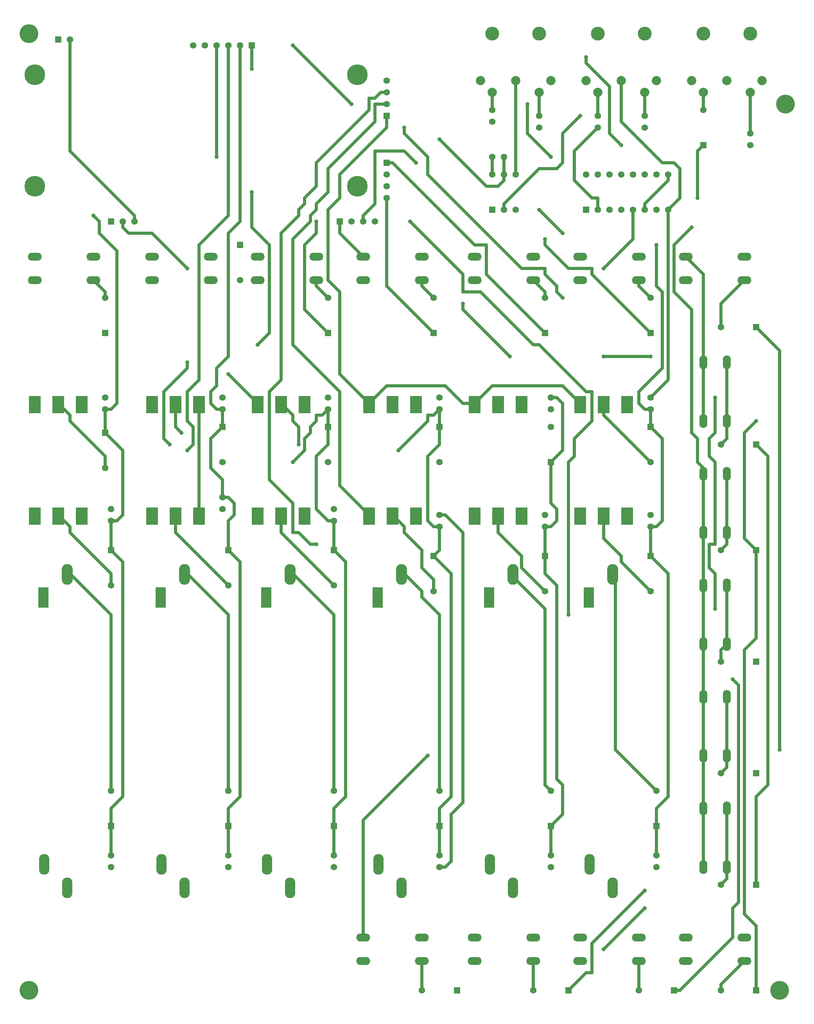
<source format=gtl>
G04 (created by PCBNEW (2013-mar-25)-stable) date Tisdag 19 November 2013 16:16:40*
%MOIN*%
G04 Gerber Fmt 3.4, Leading zero omitted, Abs format*
%FSLAX34Y34*%
G01*
G70*
G90*
G04 APERTURE LIST*
%ADD10C,0.00393701*%
%ADD11O,0.068X0.12*%
%ADD12O,0.12X0.068*%
%ADD13R,0.055X0.055*%
%ADD14C,0.055*%
%ADD15R,0.0984252X0.15*%
%ADD16C,0.11811*%
%ADD17C,0.0787402*%
%ADD18C,0.177165*%
%ADD19O,0.0943X0.177165*%
%ADD20R,0.0882X0.177165*%
%ADD21O,0.0882X0.177165*%
%ADD22C,0.16*%
%ADD23C,0.035*%
%ADD24C,0.0275591*%
G04 APERTURE END LIST*
G54D10*
G54D11*
X86500Y-38500D03*
X88500Y-38500D03*
X86500Y-43500D03*
X88500Y-43500D03*
X86500Y-29000D03*
X88500Y-29000D03*
X86500Y-34000D03*
X88500Y-34000D03*
G54D12*
X34500Y-20000D03*
X34500Y-22000D03*
X29500Y-20000D03*
X29500Y-22000D03*
X44500Y-20000D03*
X44500Y-22000D03*
X39500Y-20000D03*
X39500Y-22000D03*
X53500Y-20000D03*
X53500Y-22000D03*
X48500Y-20000D03*
X48500Y-22000D03*
X62500Y-20000D03*
X62500Y-22000D03*
X57500Y-20000D03*
X57500Y-22000D03*
X90000Y-20000D03*
X90000Y-22000D03*
X85000Y-20000D03*
X85000Y-22000D03*
X81000Y-20000D03*
X81000Y-22000D03*
X76000Y-20000D03*
X76000Y-22000D03*
G54D11*
X86500Y-48000D03*
X88500Y-48000D03*
X86500Y-53000D03*
X88500Y-53000D03*
G54D12*
X62500Y-78000D03*
X62500Y-80000D03*
X57500Y-78000D03*
X57500Y-80000D03*
X72000Y-20000D03*
X72000Y-22000D03*
X67000Y-20000D03*
X67000Y-22000D03*
X81000Y-78000D03*
X81000Y-80000D03*
X76000Y-78000D03*
X76000Y-80000D03*
G54D11*
X86500Y-57500D03*
X88500Y-57500D03*
X86500Y-62500D03*
X88500Y-62500D03*
G54D12*
X90000Y-78000D03*
X90000Y-80000D03*
X85000Y-78000D03*
X85000Y-80000D03*
X72000Y-78000D03*
X72000Y-80000D03*
X67000Y-78000D03*
X67000Y-80000D03*
G54D11*
X86500Y-67000D03*
X88500Y-67000D03*
X86500Y-72000D03*
X88500Y-72000D03*
G54D13*
X59500Y-12000D03*
G54D14*
X59500Y-13000D03*
X59500Y-14000D03*
X59500Y-15000D03*
G54D13*
X55500Y-17000D03*
G54D14*
X56500Y-17000D03*
X57500Y-17000D03*
X58500Y-17000D03*
G54D13*
X91000Y-54500D03*
G54D14*
X88000Y-54500D03*
G54D13*
X91000Y-73500D03*
G54D14*
X88000Y-73500D03*
G54D13*
X84000Y-82500D03*
G54D14*
X81000Y-82500D03*
G54D13*
X65500Y-82500D03*
G54D14*
X62500Y-82500D03*
G54D13*
X91000Y-45000D03*
G54D14*
X88000Y-45000D03*
G54D13*
X91000Y-36000D03*
G54D14*
X88000Y-36000D03*
G54D13*
X91000Y-26000D03*
G54D14*
X88000Y-26000D03*
G54D13*
X82000Y-26500D03*
G54D14*
X82000Y-23500D03*
G54D13*
X75000Y-82500D03*
G54D14*
X72000Y-82500D03*
G54D13*
X91000Y-82500D03*
G54D14*
X88000Y-82500D03*
G54D13*
X91000Y-64000D03*
G54D14*
X88000Y-64000D03*
G54D13*
X73000Y-26500D03*
G54D14*
X73000Y-23500D03*
G54D13*
X63500Y-26500D03*
G54D14*
X63500Y-23500D03*
G54D13*
X54500Y-26500D03*
G54D14*
X54500Y-23500D03*
G54D13*
X47000Y-19000D03*
G54D14*
X47000Y-22000D03*
G54D13*
X35500Y-26500D03*
G54D14*
X35500Y-23500D03*
G54D13*
X48000Y-2000D03*
G54D14*
X47000Y-2000D03*
X46000Y-2000D03*
X45000Y-2000D03*
X44000Y-2000D03*
X43000Y-2000D03*
G54D13*
X59500Y-8000D03*
G54D14*
X59500Y-7000D03*
X59500Y-6000D03*
X59500Y-5000D03*
G54D13*
X82500Y-68500D03*
G54D14*
X82500Y-65500D03*
G54D13*
X73500Y-68500D03*
G54D14*
X73500Y-65500D03*
G54D13*
X64000Y-68500D03*
G54D14*
X64000Y-65500D03*
G54D13*
X55000Y-68500D03*
G54D14*
X55000Y-65500D03*
G54D13*
X46000Y-68500D03*
G54D14*
X46000Y-65500D03*
G54D13*
X36000Y-68500D03*
G54D14*
X36000Y-65500D03*
G54D13*
X35500Y-35000D03*
G54D14*
X35500Y-38000D03*
G54D13*
X82000Y-45500D03*
G54D14*
X82000Y-48500D03*
G54D13*
X73000Y-45500D03*
G54D14*
X73000Y-48500D03*
G54D13*
X63500Y-45500D03*
G54D14*
X63500Y-48500D03*
G54D13*
X55000Y-45000D03*
G54D14*
X55000Y-48000D03*
G54D13*
X73500Y-37500D03*
G54D14*
X73500Y-34500D03*
G54D13*
X46000Y-45000D03*
G54D14*
X46000Y-48000D03*
G54D13*
X82000Y-34500D03*
G54D14*
X82000Y-37500D03*
G54D13*
X36000Y-45000D03*
G54D14*
X36000Y-48000D03*
G54D13*
X64000Y-34500D03*
G54D14*
X64000Y-37500D03*
G54D13*
X45500Y-34500D03*
G54D14*
X45500Y-37500D03*
G54D13*
X54500Y-34500D03*
G54D14*
X54500Y-37500D03*
X73500Y-33000D03*
X73500Y-32000D03*
X82000Y-32000D03*
X82000Y-33000D03*
X82500Y-72000D03*
X82500Y-71000D03*
X73500Y-72000D03*
X73500Y-71000D03*
X64000Y-72000D03*
X64000Y-71000D03*
X64000Y-32000D03*
X64000Y-33000D03*
X55000Y-72000D03*
X55000Y-71000D03*
X46000Y-72000D03*
X46000Y-71000D03*
X54500Y-32000D03*
X54500Y-33000D03*
X36000Y-72000D03*
X36000Y-71000D03*
X45500Y-32000D03*
X45500Y-33000D03*
X36000Y-41500D03*
X36000Y-42500D03*
X35500Y-32000D03*
X35500Y-33000D03*
X45500Y-41500D03*
X45500Y-40500D03*
X82000Y-42000D03*
X82000Y-43000D03*
X55000Y-41500D03*
X55000Y-42500D03*
X73000Y-42000D03*
X73000Y-43000D03*
X64000Y-42000D03*
X64000Y-43000D03*
G54D15*
X78000Y-42118D03*
X76000Y-42118D03*
X80000Y-42118D03*
X69000Y-42118D03*
X67000Y-42118D03*
X71000Y-42118D03*
X60000Y-42118D03*
X58000Y-42118D03*
X62000Y-42118D03*
X50500Y-42118D03*
X48500Y-42118D03*
X52500Y-42118D03*
X41500Y-42118D03*
X39500Y-42118D03*
X43500Y-42118D03*
X31500Y-42118D03*
X29500Y-42118D03*
X33500Y-42118D03*
X41500Y-32618D03*
X39500Y-32618D03*
X43500Y-32618D03*
X50500Y-32618D03*
X48500Y-32618D03*
X52500Y-32618D03*
X60000Y-32618D03*
X58000Y-32618D03*
X62000Y-32618D03*
X69000Y-32618D03*
X67000Y-32618D03*
X71000Y-32618D03*
X78000Y-32618D03*
X76000Y-32618D03*
X80000Y-32618D03*
X31500Y-32618D03*
X29500Y-32618D03*
X33500Y-32618D03*
G54D13*
X36000Y-17000D03*
G54D14*
X37000Y-17000D03*
X38000Y-17000D03*
X81500Y-9000D03*
X81500Y-8000D03*
X68500Y-11500D03*
X69500Y-11500D03*
X90500Y-10500D03*
X90500Y-9500D03*
X77500Y-8000D03*
X77500Y-9000D03*
X72500Y-9000D03*
X72500Y-8000D03*
X68500Y-8500D03*
X68500Y-7500D03*
G54D13*
X68500Y-16000D03*
G54D14*
X69500Y-16000D03*
X70500Y-16000D03*
X70500Y-13000D03*
X69500Y-13000D03*
X68500Y-13000D03*
G54D13*
X76500Y-16000D03*
G54D14*
X77500Y-16000D03*
X78500Y-16000D03*
X79500Y-16000D03*
X80500Y-16000D03*
X81500Y-16000D03*
X82500Y-16000D03*
X83500Y-16000D03*
X83500Y-13000D03*
X82500Y-13000D03*
X81500Y-13000D03*
X80500Y-13000D03*
X79500Y-13000D03*
X78500Y-13000D03*
X77500Y-13000D03*
X76500Y-13000D03*
G54D13*
X86500Y-10500D03*
G54D14*
X86500Y-7500D03*
G54D16*
X68500Y-1000D03*
X72500Y-1000D03*
G54D17*
X73500Y-5000D03*
X72500Y-6000D03*
X70500Y-5000D03*
X68500Y-6000D03*
X67500Y-5000D03*
G54D16*
X77500Y-1000D03*
X81500Y-1000D03*
G54D17*
X82500Y-5000D03*
X81500Y-6000D03*
X79500Y-5000D03*
X77500Y-6000D03*
X76500Y-5000D03*
G54D16*
X86500Y-1000D03*
X90500Y-1000D03*
G54D17*
X91500Y-5000D03*
X90500Y-6000D03*
X88500Y-5000D03*
X86500Y-6000D03*
X85500Y-5000D03*
G54D18*
X29500Y-14000D03*
X29500Y-4500D03*
X57000Y-4500D03*
X57000Y-14000D03*
G54D19*
X32287Y-47062D03*
G54D20*
X30240Y-49031D03*
G54D21*
X30318Y-71787D03*
X32287Y-73779D03*
G54D19*
X42287Y-47062D03*
G54D20*
X40240Y-49031D03*
G54D21*
X40318Y-71787D03*
X42287Y-73779D03*
G54D19*
X51287Y-47062D03*
G54D20*
X49240Y-49031D03*
G54D21*
X49318Y-71787D03*
X51287Y-73779D03*
G54D19*
X60787Y-47062D03*
G54D20*
X58740Y-49031D03*
G54D21*
X58818Y-71787D03*
X60787Y-73779D03*
G54D19*
X70287Y-47062D03*
G54D20*
X68240Y-49031D03*
G54D21*
X68318Y-71787D03*
X70287Y-73779D03*
G54D19*
X78787Y-47062D03*
G54D20*
X76740Y-49031D03*
G54D21*
X76818Y-71787D03*
X78787Y-73779D03*
G54D13*
X31500Y-1500D03*
G54D14*
X32500Y-1500D03*
G54D22*
X93500Y-7000D03*
X93000Y-82500D03*
X29000Y-82500D03*
X29000Y-1000D03*
G54D23*
X64000Y-10000D03*
X42500Y-21000D03*
X78000Y-21000D03*
X62000Y-12000D03*
X72500Y-16000D03*
X74500Y-18000D03*
X85500Y-17500D03*
X61500Y-17000D03*
X75000Y-50500D03*
X63000Y-62500D03*
X91000Y-34000D03*
X82000Y-28500D03*
X78000Y-28500D03*
X73000Y-18500D03*
X87500Y-50000D03*
X87500Y-32000D03*
X89000Y-56000D03*
X81500Y-74000D03*
X93000Y-62000D03*
X53500Y-17000D03*
X81500Y-75500D03*
X78000Y-79000D03*
X48000Y-4000D03*
X34500Y-16500D03*
X51500Y-37500D03*
X42500Y-36500D03*
X60500Y-36500D03*
X41000Y-36000D03*
X42500Y-29000D03*
X48500Y-27500D03*
X48000Y-14500D03*
X45000Y-11500D03*
X70000Y-28500D03*
X66000Y-24000D03*
X74500Y-23500D03*
X61000Y-9000D03*
X56500Y-7000D03*
X51500Y-2000D03*
X82500Y-19000D03*
X79500Y-10500D03*
X76500Y-3000D03*
X46000Y-30000D03*
X53500Y-44500D03*
X86000Y-15000D03*
X42000Y-35000D03*
X52000Y-36000D03*
X73500Y-11500D03*
X71500Y-7000D03*
X76000Y-8000D03*
G54D24*
X64000Y-10000D02*
X68000Y-14000D01*
X68000Y-14000D02*
X69000Y-14000D01*
X69000Y-14000D02*
X69500Y-13500D01*
X69500Y-13500D02*
X69500Y-13000D01*
X69500Y-13000D02*
X69500Y-11500D01*
X37000Y-17000D02*
X37000Y-17500D01*
X37000Y-17500D02*
X37500Y-18000D01*
X37500Y-18000D02*
X39500Y-18000D01*
X39500Y-18000D02*
X42500Y-21000D01*
X78000Y-21000D02*
X80500Y-18500D01*
X80500Y-18500D02*
X80500Y-16000D01*
X57500Y-20000D02*
X55500Y-18000D01*
X55500Y-18000D02*
X55500Y-17000D01*
X85000Y-20000D02*
X86500Y-21500D01*
X86500Y-21500D02*
X86500Y-29000D01*
X86500Y-29000D02*
X86500Y-34000D01*
X57500Y-17000D02*
X57500Y-16500D01*
X57500Y-16500D02*
X58500Y-15500D01*
X58500Y-15500D02*
X58500Y-11000D01*
X58500Y-11000D02*
X61000Y-11000D01*
X61000Y-11000D02*
X62000Y-12000D01*
X72500Y-16000D02*
X74500Y-18000D01*
X85500Y-17500D02*
X84000Y-19000D01*
X84000Y-19000D02*
X84000Y-23000D01*
X84000Y-23000D02*
X85500Y-24500D01*
X85500Y-24500D02*
X85500Y-35000D01*
X85500Y-35000D02*
X86000Y-35500D01*
X86000Y-35500D02*
X86000Y-37500D01*
X86000Y-37500D02*
X86500Y-38000D01*
X86500Y-38000D02*
X86500Y-38500D01*
X86500Y-67000D02*
X86500Y-72000D01*
X86500Y-38500D02*
X86500Y-43500D01*
X86500Y-57500D02*
X86500Y-62500D01*
X86500Y-48000D02*
X86500Y-53000D01*
X86500Y-53000D02*
X86500Y-57500D01*
X86500Y-43500D02*
X86500Y-48000D01*
X86500Y-62500D02*
X86500Y-67000D01*
X61500Y-17000D02*
X66000Y-21500D01*
X66000Y-21500D02*
X66000Y-23000D01*
X66000Y-23000D02*
X67500Y-23000D01*
X67500Y-23000D02*
X72000Y-27500D01*
X72000Y-27500D02*
X72500Y-27500D01*
X72500Y-27500D02*
X76500Y-31500D01*
X76500Y-31500D02*
X77000Y-31500D01*
X77000Y-31500D02*
X77000Y-34000D01*
X77000Y-34000D02*
X75500Y-35500D01*
X75500Y-35500D02*
X75500Y-37000D01*
X75500Y-37000D02*
X75000Y-37500D01*
X75000Y-37500D02*
X75000Y-50500D01*
X63000Y-62500D02*
X57500Y-68000D01*
X57500Y-68000D02*
X57500Y-78000D01*
X91000Y-45000D02*
X90000Y-44000D01*
X90000Y-44000D02*
X90000Y-35000D01*
X90000Y-35000D02*
X91000Y-34000D01*
X82000Y-28500D02*
X78000Y-28500D01*
X73000Y-26500D02*
X68000Y-21500D01*
X68000Y-21500D02*
X68000Y-19000D01*
X68000Y-19000D02*
X67000Y-19000D01*
X67000Y-19000D02*
X60000Y-12000D01*
X60000Y-12000D02*
X59500Y-12000D01*
X91000Y-82500D02*
X91000Y-77000D01*
X91000Y-77000D02*
X90000Y-76000D01*
X90000Y-76000D02*
X90000Y-53500D01*
X90000Y-53500D02*
X91000Y-52500D01*
X91000Y-52500D02*
X91000Y-45000D01*
X82000Y-26500D02*
X77000Y-21500D01*
X77000Y-21500D02*
X77000Y-21000D01*
X77000Y-21000D02*
X75000Y-21000D01*
X75000Y-21000D02*
X73000Y-19000D01*
X73000Y-19000D02*
X73000Y-18500D01*
X87500Y-50000D02*
X87500Y-47000D01*
X87500Y-47000D02*
X87000Y-46500D01*
X87000Y-46500D02*
X87000Y-44500D01*
X87000Y-44500D02*
X87500Y-44500D01*
X87500Y-44500D02*
X87500Y-37500D01*
X87500Y-37500D02*
X87000Y-37000D01*
X87000Y-37000D02*
X87000Y-35500D01*
X87000Y-35500D02*
X87500Y-35000D01*
X87500Y-35000D02*
X87500Y-32000D01*
X84000Y-82500D02*
X84500Y-82500D01*
X84500Y-82500D02*
X89000Y-78000D01*
X89000Y-78000D02*
X89000Y-75500D01*
X89000Y-75500D02*
X89500Y-75000D01*
X89500Y-75000D02*
X89500Y-56500D01*
X89500Y-56500D02*
X89000Y-56000D01*
X81500Y-74000D02*
X77000Y-78500D01*
X77000Y-78500D02*
X77000Y-81000D01*
X77000Y-81000D02*
X76500Y-81000D01*
X76500Y-81000D02*
X75000Y-82500D01*
X91000Y-26000D02*
X93000Y-28000D01*
X93000Y-28000D02*
X93000Y-62000D01*
X54500Y-26500D02*
X52500Y-24500D01*
X52500Y-24500D02*
X52500Y-19000D01*
X52500Y-19000D02*
X53500Y-18000D01*
X53500Y-18000D02*
X53500Y-17000D01*
X81500Y-75500D02*
X78000Y-79000D01*
X91000Y-36000D02*
X92000Y-37000D01*
X92000Y-37000D02*
X92000Y-65000D01*
X92000Y-65000D02*
X91000Y-66000D01*
X91000Y-66000D02*
X91000Y-73500D01*
X63500Y-26500D02*
X59500Y-22500D01*
X59500Y-22500D02*
X59500Y-15000D01*
X48000Y-2000D02*
X48000Y-4000D01*
X34500Y-16500D02*
X35000Y-17000D01*
X35000Y-17000D02*
X35000Y-18000D01*
X35000Y-18000D02*
X36500Y-19500D01*
X36500Y-19500D02*
X36500Y-32500D01*
X36500Y-32500D02*
X36000Y-33000D01*
X36000Y-33000D02*
X35500Y-33000D01*
X36000Y-45000D02*
X37000Y-46000D01*
X37000Y-46000D02*
X37000Y-66000D01*
X37000Y-66000D02*
X36000Y-67000D01*
X36000Y-67000D02*
X36000Y-68500D01*
X35500Y-35000D02*
X37000Y-36500D01*
X37000Y-36500D02*
X37000Y-42000D01*
X37000Y-42000D02*
X36500Y-42500D01*
X36500Y-42500D02*
X36000Y-42500D01*
X36000Y-68500D02*
X36000Y-71000D01*
X36000Y-42500D02*
X36000Y-45000D01*
X35500Y-33000D02*
X35500Y-35000D01*
X45500Y-33000D02*
X45000Y-33000D01*
X45000Y-33000D02*
X44500Y-32500D01*
X44500Y-32500D02*
X44500Y-31500D01*
X44500Y-31500D02*
X45000Y-31000D01*
X45000Y-31000D02*
X45000Y-29500D01*
X45000Y-29500D02*
X46000Y-28500D01*
X46000Y-28500D02*
X46000Y-18000D01*
X46000Y-18000D02*
X47000Y-17000D01*
X47000Y-17000D02*
X47000Y-2000D01*
X46000Y-45000D02*
X47000Y-46000D01*
X47000Y-46000D02*
X47000Y-66000D01*
X47000Y-66000D02*
X46000Y-67000D01*
X46000Y-67000D02*
X46000Y-68500D01*
X45500Y-34500D02*
X44500Y-35500D01*
X44500Y-35500D02*
X44500Y-38000D01*
X44500Y-38000D02*
X45500Y-39000D01*
X45500Y-39000D02*
X45500Y-40500D01*
X45500Y-40500D02*
X46000Y-40500D01*
X46000Y-40500D02*
X46500Y-41000D01*
X46500Y-41000D02*
X46500Y-42000D01*
X46500Y-42000D02*
X46000Y-42500D01*
X46000Y-42500D02*
X46000Y-45000D01*
X46000Y-68500D02*
X46000Y-71000D01*
X45500Y-33000D02*
X45500Y-34500D01*
X54500Y-33000D02*
X54000Y-33500D01*
X54000Y-33500D02*
X53500Y-33500D01*
X53500Y-33500D02*
X53500Y-34000D01*
X53500Y-34000D02*
X53000Y-34500D01*
X53000Y-34500D02*
X53000Y-35000D01*
X53000Y-35000D02*
X52500Y-35500D01*
X52500Y-35500D02*
X52500Y-36500D01*
X52500Y-36500D02*
X51500Y-37500D01*
X42500Y-36500D02*
X43000Y-36000D01*
X43000Y-36000D02*
X43000Y-34500D01*
X43000Y-34500D02*
X42500Y-34000D01*
X42500Y-34000D02*
X42500Y-31500D01*
X42500Y-31500D02*
X43500Y-30500D01*
X43500Y-30500D02*
X43500Y-19000D01*
X43500Y-19000D02*
X46000Y-16500D01*
X46000Y-16500D02*
X46000Y-2000D01*
X55000Y-45000D02*
X56000Y-46000D01*
X56000Y-46000D02*
X56000Y-66000D01*
X56000Y-66000D02*
X55000Y-67000D01*
X55000Y-67000D02*
X55000Y-68500D01*
X55000Y-42500D02*
X54500Y-42500D01*
X54500Y-42500D02*
X53500Y-41500D01*
X53500Y-41500D02*
X53500Y-37000D01*
X53500Y-37000D02*
X54500Y-36000D01*
X54500Y-36000D02*
X54500Y-34500D01*
X55000Y-68500D02*
X55000Y-71000D01*
X55000Y-45000D02*
X55000Y-42500D01*
X54500Y-34500D02*
X54500Y-33000D01*
X64000Y-33000D02*
X63500Y-33500D01*
X63500Y-33500D02*
X63000Y-33500D01*
X63000Y-33500D02*
X63000Y-34000D01*
X63000Y-34000D02*
X60500Y-36500D01*
X41000Y-36000D02*
X40500Y-35500D01*
X40500Y-35500D02*
X40500Y-31500D01*
X40500Y-31500D02*
X42500Y-29500D01*
X42500Y-29500D02*
X42500Y-29000D01*
X48500Y-27500D02*
X49500Y-26500D01*
X49500Y-26500D02*
X49500Y-19000D01*
X49500Y-19000D02*
X48000Y-17500D01*
X48000Y-17500D02*
X48000Y-14500D01*
X45000Y-11500D02*
X45000Y-2000D01*
X63500Y-45500D02*
X65000Y-47000D01*
X65000Y-47000D02*
X65000Y-66000D01*
X65000Y-66000D02*
X64000Y-67000D01*
X64000Y-67000D02*
X64000Y-68500D01*
X64000Y-43000D02*
X63500Y-43000D01*
X63500Y-43000D02*
X63000Y-42500D01*
X63000Y-42500D02*
X63000Y-37000D01*
X63000Y-37000D02*
X64000Y-36000D01*
X64000Y-36000D02*
X64000Y-34500D01*
X63500Y-45500D02*
X64000Y-45000D01*
X64000Y-45000D02*
X64000Y-43000D01*
X64000Y-68500D02*
X64000Y-71000D01*
X64000Y-34500D02*
X64000Y-33000D01*
X70000Y-28500D02*
X66000Y-24500D01*
X66000Y-24500D02*
X66000Y-24000D01*
X74500Y-23500D02*
X74000Y-23000D01*
X74000Y-23000D02*
X74000Y-22500D01*
X74000Y-22500D02*
X73000Y-21500D01*
X73000Y-21500D02*
X73000Y-21000D01*
X73000Y-21000D02*
X71000Y-21000D01*
X71000Y-21000D02*
X63000Y-13000D01*
X63000Y-13000D02*
X63000Y-11500D01*
X63000Y-11500D02*
X61000Y-9500D01*
X61000Y-9500D02*
X61000Y-9000D01*
X56500Y-7000D02*
X51500Y-2000D01*
X73500Y-68500D02*
X74500Y-67500D01*
X74500Y-67500D02*
X74500Y-65000D01*
X74500Y-65000D02*
X74000Y-64500D01*
X74000Y-64500D02*
X74000Y-48000D01*
X74000Y-48000D02*
X73000Y-47000D01*
X73000Y-47000D02*
X73000Y-45500D01*
X73000Y-43000D02*
X73500Y-43000D01*
X73500Y-43000D02*
X74000Y-42500D01*
X74000Y-42500D02*
X74000Y-41500D01*
X74000Y-41500D02*
X73500Y-41000D01*
X73500Y-41000D02*
X73500Y-37500D01*
X73500Y-37500D02*
X74500Y-36500D01*
X74500Y-36500D02*
X74500Y-32500D01*
X74500Y-32500D02*
X74000Y-32000D01*
X74000Y-32000D02*
X73500Y-32000D01*
X73000Y-45500D02*
X73000Y-43000D01*
X73500Y-68500D02*
X73500Y-71000D01*
X82000Y-33000D02*
X81500Y-33000D01*
X81500Y-33000D02*
X81000Y-32500D01*
X81000Y-32500D02*
X81000Y-31500D01*
X81000Y-31500D02*
X83000Y-29500D01*
X83000Y-29500D02*
X83000Y-23000D01*
X83000Y-23000D02*
X82500Y-22500D01*
X82500Y-22500D02*
X82500Y-19000D01*
X79500Y-10500D02*
X78500Y-9500D01*
X78500Y-9500D02*
X78500Y-5500D01*
X78500Y-5500D02*
X76500Y-3500D01*
X76500Y-3500D02*
X76500Y-3000D01*
X82000Y-45500D02*
X83500Y-47000D01*
X83500Y-47000D02*
X83500Y-66000D01*
X83500Y-66000D02*
X82500Y-67000D01*
X82500Y-67000D02*
X82500Y-68500D01*
X82000Y-34500D02*
X83000Y-35500D01*
X83000Y-35500D02*
X83000Y-42500D01*
X83000Y-42500D02*
X82500Y-43000D01*
X82500Y-43000D02*
X82000Y-43000D01*
X82000Y-43000D02*
X82000Y-45500D01*
X82500Y-68500D02*
X82500Y-71000D01*
X82000Y-33000D02*
X82000Y-34500D01*
X58000Y-32618D02*
X58000Y-32500D01*
X58000Y-32500D02*
X55500Y-30000D01*
X55500Y-30000D02*
X55500Y-23000D01*
X55500Y-23000D02*
X54500Y-22000D01*
X54500Y-22000D02*
X54500Y-16000D01*
X54500Y-16000D02*
X55500Y-15000D01*
X55500Y-15000D02*
X55500Y-13000D01*
X55500Y-13000D02*
X59500Y-9000D01*
X59500Y-9000D02*
X59500Y-8000D01*
X76000Y-32618D02*
X76000Y-32500D01*
X76000Y-32500D02*
X74500Y-31000D01*
X74500Y-31000D02*
X68500Y-31000D01*
X68500Y-31000D02*
X67000Y-32500D01*
X67000Y-32500D02*
X67000Y-32618D01*
X67000Y-32618D02*
X67000Y-32500D01*
X67000Y-32500D02*
X66000Y-32500D01*
X66000Y-32500D02*
X64500Y-31000D01*
X64500Y-31000D02*
X59500Y-31000D01*
X59500Y-31000D02*
X58000Y-32500D01*
X58000Y-32500D02*
X58000Y-32618D01*
X48500Y-32618D02*
X48500Y-32500D01*
X48500Y-32500D02*
X46000Y-30000D01*
X58000Y-42118D02*
X58000Y-42000D01*
X58000Y-42000D02*
X55500Y-39500D01*
X55500Y-39500D02*
X55500Y-31500D01*
X55500Y-31500D02*
X51500Y-27500D01*
X51500Y-27500D02*
X51500Y-18500D01*
X51500Y-18500D02*
X53000Y-17000D01*
X53000Y-17000D02*
X53000Y-16500D01*
X53000Y-16500D02*
X53500Y-16000D01*
X53500Y-16000D02*
X53500Y-15500D01*
X53500Y-15500D02*
X54500Y-14500D01*
X54500Y-14500D02*
X54500Y-12500D01*
X54500Y-12500D02*
X58500Y-8500D01*
X58500Y-8500D02*
X58500Y-7000D01*
X58500Y-7000D02*
X59500Y-7000D01*
X53500Y-44500D02*
X53000Y-44500D01*
X53000Y-44500D02*
X52000Y-43500D01*
X52000Y-43500D02*
X51500Y-43500D01*
X51500Y-43500D02*
X51500Y-41000D01*
X51500Y-41000D02*
X49500Y-39000D01*
X49500Y-39000D02*
X49500Y-31500D01*
X49500Y-31500D02*
X50500Y-30500D01*
X50500Y-30500D02*
X50500Y-18000D01*
X50500Y-18000D02*
X52000Y-16500D01*
X52000Y-16500D02*
X52000Y-16000D01*
X52000Y-16000D02*
X52500Y-15500D01*
X52500Y-15500D02*
X52500Y-15000D01*
X52500Y-15000D02*
X53500Y-14000D01*
X53500Y-14000D02*
X53500Y-12000D01*
X53500Y-12000D02*
X58000Y-7500D01*
X58000Y-7500D02*
X58000Y-6500D01*
X58000Y-6500D02*
X58500Y-6500D01*
X58500Y-6500D02*
X59000Y-6000D01*
X59000Y-6000D02*
X59500Y-6000D01*
X64000Y-42000D02*
X64500Y-42000D01*
X64500Y-42000D02*
X66000Y-43500D01*
X66000Y-43500D02*
X66000Y-66500D01*
X66000Y-66500D02*
X65000Y-67500D01*
X65000Y-67500D02*
X65000Y-71500D01*
X65000Y-71500D02*
X64500Y-72000D01*
X64500Y-72000D02*
X64000Y-72000D01*
X83500Y-16000D02*
X84500Y-15000D01*
X84500Y-15000D02*
X84500Y-12500D01*
X84500Y-12500D02*
X84000Y-12000D01*
X84000Y-12000D02*
X83000Y-12000D01*
X83000Y-12000D02*
X79500Y-8500D01*
X79500Y-8500D02*
X79500Y-5000D01*
X82000Y-32000D02*
X83500Y-30500D01*
X83500Y-30500D02*
X83500Y-16000D01*
X43500Y-42118D02*
X43500Y-32618D01*
X70500Y-5000D02*
X70500Y-13000D01*
X34500Y-22000D02*
X35500Y-23000D01*
X35500Y-23000D02*
X35500Y-23500D01*
X86500Y-10500D02*
X86000Y-11000D01*
X86000Y-11000D02*
X86000Y-15000D01*
X31500Y-32618D02*
X31500Y-32500D01*
X31500Y-32500D02*
X32500Y-33500D01*
X32500Y-33500D02*
X32500Y-34000D01*
X32500Y-34000D02*
X35500Y-37000D01*
X35500Y-37000D02*
X35500Y-38000D01*
X42000Y-35000D02*
X41500Y-34500D01*
X41500Y-34500D02*
X41500Y-32618D01*
X50500Y-32618D02*
X50500Y-32500D01*
X50500Y-32500D02*
X51500Y-33500D01*
X51500Y-33500D02*
X51500Y-34000D01*
X51500Y-34000D02*
X52000Y-34500D01*
X52000Y-34500D02*
X52000Y-36000D01*
X82000Y-37500D02*
X78000Y-33500D01*
X78000Y-33500D02*
X78000Y-32618D01*
X60000Y-42118D02*
X60000Y-42000D01*
X60000Y-42000D02*
X61000Y-43000D01*
X61000Y-43000D02*
X61000Y-43500D01*
X61000Y-43500D02*
X62500Y-45000D01*
X62500Y-45000D02*
X62500Y-46500D01*
X62500Y-46500D02*
X63500Y-47500D01*
X63500Y-47500D02*
X63500Y-48500D01*
X73000Y-48500D02*
X71000Y-46500D01*
X71000Y-46500D02*
X71000Y-45500D01*
X71000Y-45500D02*
X69000Y-43500D01*
X69000Y-43500D02*
X69000Y-42118D01*
X82000Y-48500D02*
X79500Y-46000D01*
X79500Y-46000D02*
X79500Y-45500D01*
X79500Y-45500D02*
X78000Y-44000D01*
X78000Y-44000D02*
X78000Y-42118D01*
X31500Y-42118D02*
X31500Y-42000D01*
X31500Y-42000D02*
X32500Y-43000D01*
X32500Y-43000D02*
X32500Y-43500D01*
X32500Y-43500D02*
X36000Y-47000D01*
X36000Y-47000D02*
X36000Y-48000D01*
X46000Y-48000D02*
X41500Y-43500D01*
X41500Y-43500D02*
X41500Y-42118D01*
X55000Y-48000D02*
X50500Y-43500D01*
X50500Y-43500D02*
X50500Y-42118D01*
X88500Y-34000D02*
X88500Y-29000D01*
X88000Y-36000D02*
X88500Y-35500D01*
X88500Y-35500D02*
X88500Y-34000D01*
X72500Y-6000D02*
X72500Y-8000D01*
X73500Y-11500D02*
X71500Y-9500D01*
X71500Y-9500D02*
X71500Y-7000D01*
X68500Y-7500D02*
X68500Y-6000D01*
X62500Y-80000D02*
X62500Y-82500D01*
X72000Y-82500D02*
X72000Y-80000D01*
X90000Y-22000D02*
X88000Y-24000D01*
X88000Y-24000D02*
X88000Y-26000D01*
X81000Y-82500D02*
X81000Y-80000D01*
X90000Y-80000D02*
X88000Y-82000D01*
X88000Y-82000D02*
X88000Y-82500D01*
X88500Y-72000D02*
X88500Y-67000D01*
X88000Y-73500D02*
X88500Y-73000D01*
X88500Y-73000D02*
X88500Y-72000D01*
X88500Y-62500D02*
X88500Y-57500D01*
X88000Y-64000D02*
X88500Y-63500D01*
X88500Y-63500D02*
X88500Y-62500D01*
X88500Y-48000D02*
X88500Y-53000D01*
X88500Y-53000D02*
X88000Y-53500D01*
X88000Y-53500D02*
X88000Y-54500D01*
X88500Y-43500D02*
X88500Y-38500D01*
X88000Y-45000D02*
X88500Y-44500D01*
X88500Y-44500D02*
X88500Y-43500D01*
X82000Y-23500D02*
X81000Y-22500D01*
X81000Y-22500D02*
X81000Y-22000D01*
X72000Y-22000D02*
X73000Y-23000D01*
X73000Y-23000D02*
X73000Y-23500D01*
X63500Y-23500D02*
X62500Y-22500D01*
X62500Y-22500D02*
X62500Y-22000D01*
X54500Y-23500D02*
X53500Y-22500D01*
X53500Y-22500D02*
X53500Y-22000D01*
X32287Y-47062D02*
X32500Y-47000D01*
X32500Y-47000D02*
X36000Y-50500D01*
X36000Y-50500D02*
X36000Y-65500D01*
X42287Y-47062D02*
X42500Y-47000D01*
X42500Y-47000D02*
X46000Y-50500D01*
X46000Y-50500D02*
X46000Y-65500D01*
X51287Y-47062D02*
X51500Y-47000D01*
X51500Y-47000D02*
X55000Y-50500D01*
X55000Y-50500D02*
X55000Y-65500D01*
X60787Y-47062D02*
X61000Y-47000D01*
X61000Y-47000D02*
X62500Y-48500D01*
X62500Y-48500D02*
X62500Y-49000D01*
X62500Y-49000D02*
X64000Y-50500D01*
X64000Y-50500D02*
X64000Y-65500D01*
X70287Y-47062D02*
X70500Y-47000D01*
X70500Y-47000D02*
X70500Y-47500D01*
X70500Y-47500D02*
X73000Y-50000D01*
X73000Y-50000D02*
X73000Y-65000D01*
X73000Y-65000D02*
X73500Y-65500D01*
X82500Y-65500D02*
X79000Y-62000D01*
X79000Y-62000D02*
X79000Y-47000D01*
X79000Y-47000D02*
X78787Y-47062D01*
X83500Y-13000D02*
X83500Y-13500D01*
X83500Y-13500D02*
X81500Y-15500D01*
X81500Y-15500D02*
X81500Y-16000D01*
X77500Y-9000D02*
X75500Y-11000D01*
X75500Y-11000D02*
X75500Y-13500D01*
X75500Y-13500D02*
X77000Y-15000D01*
X77000Y-15000D02*
X77500Y-15000D01*
X77500Y-15000D02*
X77500Y-16000D01*
X81500Y-8000D02*
X81500Y-6000D01*
X77500Y-6000D02*
X77500Y-8000D01*
X90500Y-9500D02*
X90500Y-6000D01*
X76000Y-8000D02*
X74500Y-9500D01*
X74500Y-9500D02*
X74500Y-12000D01*
X74500Y-12000D02*
X74000Y-12500D01*
X74000Y-12500D02*
X72500Y-12500D01*
X72500Y-12500D02*
X69500Y-15500D01*
X69500Y-15500D02*
X69500Y-16000D01*
X86500Y-7500D02*
X86500Y-6000D01*
X38000Y-17000D02*
X38000Y-16500D01*
X38000Y-16500D02*
X32500Y-11000D01*
X32500Y-11000D02*
X32500Y-1500D01*
X68500Y-13000D02*
X68500Y-11500D01*
M02*

</source>
